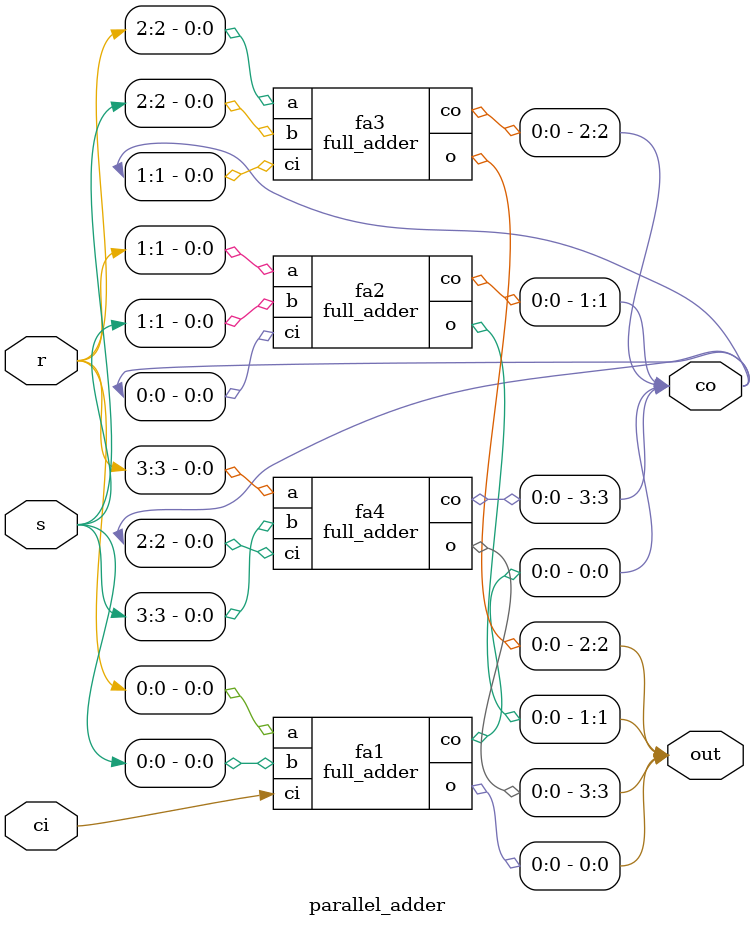
<source format=v>
`timescale 1ns / 1ps


module full_adder(a,b,ci,o,co);
input a,b,ci;
output o,co;
assign o=a^b^ci;
assign co=a&b|b&ci|ci&a;
endmodule
module parallel_adder(r,s,ci,out,co);
input [3:0]r,s;
input ci;
output [3:0]out,co;
full_adder fa1(r[0],s[0],ci,out[0],co[0]);
full_adder fa2(r[1],s[1],co[0],out[1],co[1]);
full_adder fa3(r[2],s[2],co[1],out[2],co[2]);
full_adder fa4(r[3],s[3],co[2],out[3],co[3]);


endmodule

</source>
